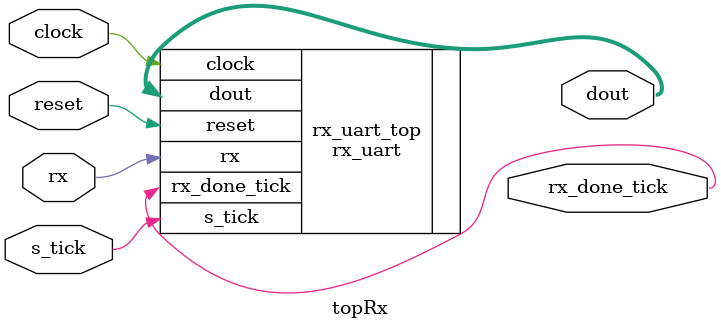
<source format=v>
`timescale 1ns / 1ps

module topRx

#(
    parameter   NB_DATA = 8
)
(
    input                   rx,
    input                   clock,
    input                   reset,
    input                   s_tick,
    output                  rx_done_tick,
    output [NB_DATA-1:0]    dout
    );

    rx_uart rx_uart_top(
        .reset(reset),                  
        .clock(clock),
        .rx(rx),
        .dout(dout),
        .s_tick(s_tick),
        .rx_done_tick(rx_done_tick)
    );
endmodule

</source>
